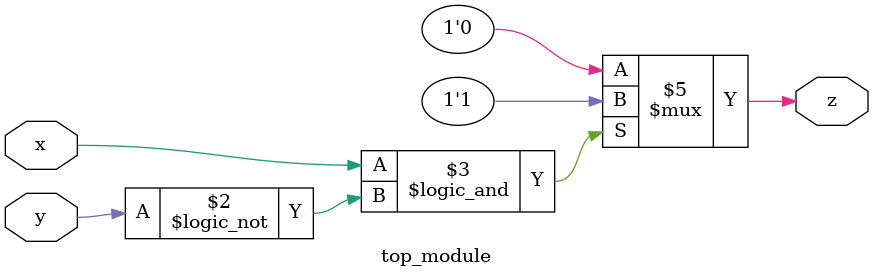
<source format=sv>
module top_module(
    input x,
    input y,
    output z
);

reg z;

always @(*) begin
    if (x && !y)
        z = 1;
    else
        z = 0;
end

endmodule

</source>
